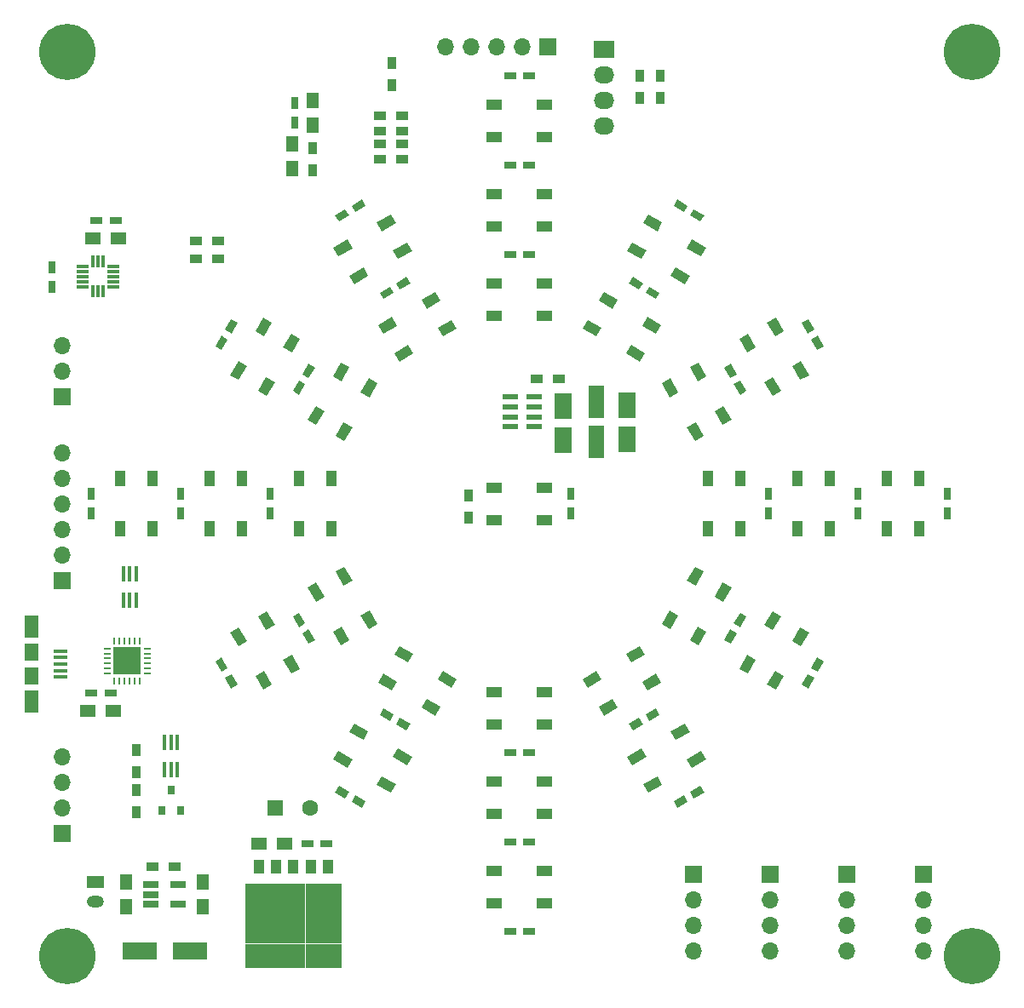
<source format=gts>
G04 #@! TF.FileFunction,Soldermask,Top*
%FSLAX46Y46*%
G04 Gerber Fmt 4.6, Leading zero omitted, Abs format (unit mm)*
G04 Created by KiCad (PCBNEW 4.0.7) date Wednesday, 04 April 2018 'PMt' 17:02:53*
%MOMM*%
%LPD*%
G01*
G04 APERTURE LIST*
%ADD10C,0.100000*%
%ADD11R,1.250000X1.500000*%
%ADD12R,1.200000X0.750000*%
%ADD13R,1.500000X1.250000*%
%ADD14R,0.750000X1.200000*%
%ADD15R,1.800000X2.600000*%
%ADD16R,1.500000X3.200000*%
%ADD17R,1.700000X1.700000*%
%ADD18O,1.700000X1.700000*%
%ADD19R,0.800000X0.900000*%
%ADD20R,0.400000X1.500000*%
%ADD21R,0.900000X1.200000*%
%ADD22R,1.200000X0.900000*%
%ADD23R,1.560000X0.650000*%
%ADD24R,1.000000X1.600000*%
%ADD25R,1.600000X1.000000*%
%ADD26R,1.600000X0.600000*%
%ADD27R,1.300000X0.300000*%
%ADD28R,0.300000X1.300000*%
%ADD29R,0.700000X0.250000*%
%ADD30R,0.250000X0.700000*%
%ADD31R,2.750000X2.750000*%
%ADD32R,1.600000X1.600000*%
%ADD33C,1.600000*%
%ADD34R,3.500000X1.800000*%
%ADD35R,1.700000X1.200000*%
%ADD36O,1.700000X1.200000*%
%ADD37R,2.032000X1.727200*%
%ADD38O,2.032000X1.727200*%
%ADD39R,1.070000X1.370000*%
%ADD40R,1.200000X1.200000*%
%ADD41R,1.400000X0.400000*%
%ADD42R,1.400000X1.800000*%
%ADD43R,1.400000X2.300000*%
%ADD44C,5.600000*%
G04 APERTURE END LIST*
D10*
D11*
X70104000Y-116292000D03*
X70104000Y-113792000D03*
X62484000Y-116312000D03*
X62484000Y-113812000D03*
X78994000Y-40406000D03*
X78994000Y-42906000D03*
D12*
X82418000Y-109982000D03*
X80518000Y-109982000D03*
D13*
X75712000Y-109982000D03*
X78212000Y-109982000D03*
D11*
X81026000Y-38588000D03*
X81026000Y-36088000D03*
D14*
X79248000Y-38288000D03*
X79248000Y-36388000D03*
D13*
X61194000Y-96774000D03*
X58694000Y-96774000D03*
D12*
X60960000Y-94996000D03*
X59060000Y-94996000D03*
D14*
X59055000Y-75250000D03*
X59055000Y-77150000D03*
D12*
X100650000Y-118745000D03*
X102550000Y-118745000D03*
D14*
X144145000Y-77150000D03*
X144145000Y-75250000D03*
D12*
X102549999Y-33655000D03*
X100649999Y-33655000D03*
D10*
G36*
X85927338Y-45954155D02*
X86302338Y-46603675D01*
X85263108Y-47203675D01*
X84888108Y-46554155D01*
X85927338Y-45954155D01*
X85927338Y-45954155D01*
G37*
G36*
X84281890Y-46904155D02*
X84656890Y-47553675D01*
X83617660Y-48153675D01*
X83242660Y-47504155D01*
X84281890Y-46904155D01*
X84281890Y-46904155D01*
G37*
G36*
X72904155Y-57842661D02*
X73553675Y-58217661D01*
X72953675Y-59256891D01*
X72304155Y-58881891D01*
X72904155Y-57842661D01*
X72904155Y-57842661D01*
G37*
G36*
X71954155Y-59488109D02*
X72603675Y-59863109D01*
X72003675Y-60902339D01*
X71354155Y-60527339D01*
X71954155Y-59488109D01*
X71954155Y-59488109D01*
G37*
D14*
X67945000Y-75250000D03*
X67945000Y-77150000D03*
D10*
G36*
X71354155Y-91872661D02*
X72003675Y-91497661D01*
X72603675Y-92536891D01*
X71954155Y-92911891D01*
X71354155Y-91872661D01*
X71354155Y-91872661D01*
G37*
G36*
X72304155Y-93518109D02*
X72953675Y-93143109D01*
X73553675Y-94182339D01*
X72904155Y-94557339D01*
X72304155Y-93518109D01*
X72304155Y-93518109D01*
G37*
G36*
X83242661Y-104895844D02*
X83617661Y-104246324D01*
X84656891Y-104846324D01*
X84281891Y-105495844D01*
X83242661Y-104895844D01*
X83242661Y-104895844D01*
G37*
G36*
X84888109Y-105845844D02*
X85263109Y-105196324D01*
X86302339Y-105796324D01*
X85927339Y-106445844D01*
X84888109Y-105845844D01*
X84888109Y-105845844D01*
G37*
D12*
X100650000Y-109855000D03*
X102550000Y-109855000D03*
D10*
G36*
X117272661Y-106445844D02*
X116897661Y-105796324D01*
X117936891Y-105196324D01*
X118311891Y-105845844D01*
X117272661Y-106445844D01*
X117272661Y-106445844D01*
G37*
G36*
X118918109Y-105495844D02*
X118543109Y-104846324D01*
X119582339Y-104246324D01*
X119957339Y-104895844D01*
X118918109Y-105495844D01*
X118918109Y-105495844D01*
G37*
G36*
X119957339Y-47504155D02*
X119582339Y-48153675D01*
X118543109Y-47553675D01*
X118918109Y-46904155D01*
X119957339Y-47504155D01*
X119957339Y-47504155D01*
G37*
G36*
X118311891Y-46554155D02*
X117936891Y-47203675D01*
X116897661Y-46603675D01*
X117272661Y-45954155D01*
X118311891Y-46554155D01*
X118311891Y-46554155D01*
G37*
D12*
X102550000Y-42545000D03*
X100650000Y-42545000D03*
D10*
G36*
X90372338Y-53653120D02*
X90747338Y-54302640D01*
X89708108Y-54902640D01*
X89333108Y-54253120D01*
X90372338Y-53653120D01*
X90372338Y-53653120D01*
G37*
G36*
X88726890Y-54603120D02*
X89101890Y-55252640D01*
X88062660Y-55852640D01*
X87687660Y-55203120D01*
X88726890Y-54603120D01*
X88726890Y-54603120D01*
G37*
G36*
X80603120Y-62287661D02*
X81252640Y-62662661D01*
X80652640Y-63701891D01*
X80003120Y-63326891D01*
X80603120Y-62287661D01*
X80603120Y-62287661D01*
G37*
G36*
X79653120Y-63933109D02*
X80302640Y-64308109D01*
X79702640Y-65347339D01*
X79053120Y-64972339D01*
X79653120Y-63933109D01*
X79653120Y-63933109D01*
G37*
D14*
X76835000Y-75250000D03*
X76835000Y-77150000D03*
D10*
G36*
X79053120Y-87427661D02*
X79702640Y-87052661D01*
X80302640Y-88091891D01*
X79653120Y-88466891D01*
X79053120Y-87427661D01*
X79053120Y-87427661D01*
G37*
G36*
X80003120Y-89073109D02*
X80652640Y-88698109D01*
X81252640Y-89737339D01*
X80603120Y-90112339D01*
X80003120Y-89073109D01*
X80003120Y-89073109D01*
G37*
G36*
X87687661Y-97196879D02*
X88062661Y-96547359D01*
X89101891Y-97147359D01*
X88726891Y-97796879D01*
X87687661Y-97196879D01*
X87687661Y-97196879D01*
G37*
G36*
X89333109Y-98146879D02*
X89708109Y-97497359D01*
X90747339Y-98097359D01*
X90372339Y-98746879D01*
X89333109Y-98146879D01*
X89333109Y-98146879D01*
G37*
D12*
X100650000Y-100965000D03*
X102550000Y-100965000D03*
D10*
G36*
X112827661Y-98746879D02*
X112452661Y-98097359D01*
X113491891Y-97497359D01*
X113866891Y-98146879D01*
X112827661Y-98746879D01*
X112827661Y-98746879D01*
G37*
G36*
X114473109Y-97796879D02*
X114098109Y-97147359D01*
X115137339Y-96547359D01*
X115512339Y-97196879D01*
X114473109Y-97796879D01*
X114473109Y-97796879D01*
G37*
G36*
X122596879Y-90112339D02*
X121947359Y-89737339D01*
X122547359Y-88698109D01*
X123196879Y-89073109D01*
X122596879Y-90112339D01*
X122596879Y-90112339D01*
G37*
G36*
X123546879Y-88466891D02*
X122897359Y-88091891D01*
X123497359Y-87052661D01*
X124146879Y-87427661D01*
X123546879Y-88466891D01*
X123546879Y-88466891D01*
G37*
G36*
X124146879Y-64972338D02*
X123497359Y-65347338D01*
X122897359Y-64308108D01*
X123546879Y-63933108D01*
X124146879Y-64972338D01*
X124146879Y-64972338D01*
G37*
G36*
X123196879Y-63326890D02*
X122547359Y-63701890D01*
X121947359Y-62662660D01*
X122596879Y-62287660D01*
X123196879Y-63326890D01*
X123196879Y-63326890D01*
G37*
G36*
X115512339Y-55203120D02*
X115137339Y-55852640D01*
X114098109Y-55252640D01*
X114473109Y-54603120D01*
X115512339Y-55203120D01*
X115512339Y-55203120D01*
G37*
G36*
X113866891Y-54253120D02*
X113491891Y-54902640D01*
X112452661Y-54302640D01*
X112827661Y-53653120D01*
X113866891Y-54253120D01*
X113866891Y-54253120D01*
G37*
D12*
X102550000Y-51435000D03*
X100650000Y-51435000D03*
D14*
X106680000Y-75250000D03*
X106680000Y-77150000D03*
D15*
X105918000Y-66450000D03*
X105918000Y-69850000D03*
D16*
X109220000Y-66072000D03*
X109220000Y-70072000D03*
D15*
X112268000Y-66372000D03*
X112268000Y-69772000D03*
D13*
X59202000Y-49784000D03*
X61702000Y-49784000D03*
D12*
X59568000Y-48006000D03*
X61468000Y-48006000D03*
D14*
X55118000Y-52710000D03*
X55118000Y-54610000D03*
D17*
X56134000Y-65532000D03*
D18*
X56134000Y-62992000D03*
X56134000Y-60452000D03*
D17*
X56134000Y-108966000D03*
D18*
X56134000Y-106426000D03*
X56134000Y-103886000D03*
X56134000Y-101346000D03*
D17*
X141732000Y-113030000D03*
D18*
X141732000Y-115570000D03*
X141732000Y-118110000D03*
X141732000Y-120650000D03*
D17*
X134112000Y-113030000D03*
D18*
X134112000Y-115570000D03*
X134112000Y-118110000D03*
X134112000Y-120650000D03*
D17*
X118872000Y-113030000D03*
D18*
X118872000Y-115570000D03*
X118872000Y-118110000D03*
X118872000Y-120650000D03*
D17*
X126492000Y-113030000D03*
D18*
X126492000Y-115570000D03*
X126492000Y-118110000D03*
X126492000Y-120650000D03*
D17*
X104394000Y-30734000D03*
D18*
X101854000Y-30734000D03*
X99314000Y-30734000D03*
X96774000Y-30734000D03*
X94234000Y-30734000D03*
D17*
X56134000Y-83820000D03*
D18*
X56134000Y-81280000D03*
X56134000Y-78740000D03*
X56134000Y-76200000D03*
X56134000Y-73660000D03*
X56134000Y-71120000D03*
D19*
X66040000Y-106680000D03*
X67940000Y-106680000D03*
X66990000Y-104680000D03*
D20*
X66294000Y-102616000D03*
X66944000Y-102616000D03*
X67594000Y-102616000D03*
X67594000Y-99956000D03*
X66944000Y-99956000D03*
X66294000Y-99956000D03*
X63500000Y-83140000D03*
X62850000Y-83140000D03*
X62200000Y-83140000D03*
X62200000Y-85800000D03*
X62850000Y-85800000D03*
X63500000Y-85800000D03*
D21*
X81026000Y-40810000D03*
X81026000Y-43010000D03*
D22*
X67310000Y-112268000D03*
X65110000Y-112268000D03*
D21*
X63500000Y-100670000D03*
X63500000Y-102870000D03*
X63500000Y-106848000D03*
X63500000Y-104648000D03*
D22*
X89916000Y-41910000D03*
X87716000Y-41910000D03*
X89916000Y-37592000D03*
X87716000Y-37592000D03*
X87716000Y-40386000D03*
X89916000Y-40386000D03*
X87716000Y-39116000D03*
X89916000Y-39116000D03*
D21*
X88900000Y-34544000D03*
X88900000Y-32344000D03*
X115570000Y-35814000D03*
X115570000Y-33614000D03*
X113538000Y-35814000D03*
X113538000Y-33614000D03*
D22*
X105494000Y-63754000D03*
X103294000Y-63754000D03*
X71628000Y-51816000D03*
X69428000Y-51816000D03*
X71628000Y-50038000D03*
X69428000Y-50038000D03*
D23*
X64944000Y-114112000D03*
X64944000Y-115062000D03*
X64944000Y-116012000D03*
X67644000Y-116012000D03*
X67644000Y-114112000D03*
D24*
X61900000Y-78700000D03*
X65100000Y-78700000D03*
X61900000Y-73700000D03*
X65100000Y-73700000D03*
D25*
X104100000Y-115900000D03*
X104100000Y-112700000D03*
X99100000Y-115900000D03*
X99100000Y-112700000D03*
D24*
X141300000Y-73700000D03*
X138100000Y-73700000D03*
X141300000Y-78700000D03*
X138100000Y-78700000D03*
D25*
X99099999Y-36500000D03*
X99099999Y-39700000D03*
X104099999Y-36500000D03*
X104099999Y-39700000D03*
D10*
G36*
X84472755Y-49934743D02*
X84972755Y-50800769D01*
X83587115Y-51600769D01*
X83087115Y-50734743D01*
X84472755Y-49934743D01*
X84472755Y-49934743D01*
G37*
G36*
X86072755Y-52706025D02*
X86572755Y-53572051D01*
X85187115Y-54372051D01*
X84687115Y-53506025D01*
X86072755Y-52706025D01*
X86072755Y-52706025D01*
G37*
G36*
X88802883Y-47434743D02*
X89302883Y-48300769D01*
X87917243Y-49100769D01*
X87417243Y-48234743D01*
X88802883Y-47434743D01*
X88802883Y-47434743D01*
G37*
G36*
X90402883Y-50206025D02*
X90902883Y-51072051D01*
X89517243Y-51872051D01*
X89017243Y-51006025D01*
X90402883Y-50206025D01*
X90402883Y-50206025D01*
G37*
G36*
X73634743Y-62017244D02*
X74500769Y-62517244D01*
X73700769Y-63902884D01*
X72834743Y-63402884D01*
X73634743Y-62017244D01*
X73634743Y-62017244D01*
G37*
G36*
X76406025Y-63617244D02*
X77272051Y-64117244D01*
X76472051Y-65502884D01*
X75606025Y-65002884D01*
X76406025Y-63617244D01*
X76406025Y-63617244D01*
G37*
G36*
X76134743Y-57687116D02*
X77000769Y-58187116D01*
X76200769Y-59572756D01*
X75334743Y-59072756D01*
X76134743Y-57687116D01*
X76134743Y-57687116D01*
G37*
G36*
X78906025Y-59287116D02*
X79772051Y-59787116D01*
X78972051Y-61172756D01*
X78106025Y-60672756D01*
X78906025Y-59287116D01*
X78906025Y-59287116D01*
G37*
D24*
X70790000Y-78700000D03*
X73990000Y-78700000D03*
X70790000Y-73700000D03*
X73990000Y-73700000D03*
D10*
G36*
X75334743Y-93327244D02*
X76200769Y-92827244D01*
X77000769Y-94212884D01*
X76134743Y-94712884D01*
X75334743Y-93327244D01*
X75334743Y-93327244D01*
G37*
G36*
X78106025Y-91727244D02*
X78972051Y-91227244D01*
X79772051Y-92612884D01*
X78906025Y-93112884D01*
X78106025Y-91727244D01*
X78106025Y-91727244D01*
G37*
G36*
X72834743Y-88997116D02*
X73700769Y-88497116D01*
X74500769Y-89882756D01*
X73634743Y-90382756D01*
X72834743Y-88997116D01*
X72834743Y-88997116D01*
G37*
G36*
X75606025Y-87397116D02*
X76472051Y-86897116D01*
X77272051Y-88282756D01*
X76406025Y-88782756D01*
X75606025Y-87397116D01*
X75606025Y-87397116D01*
G37*
G36*
X87417244Y-104165256D02*
X87917244Y-103299230D01*
X89302884Y-104099230D01*
X88802884Y-104965256D01*
X87417244Y-104165256D01*
X87417244Y-104165256D01*
G37*
G36*
X89017244Y-101393974D02*
X89517244Y-100527948D01*
X90902884Y-101327948D01*
X90402884Y-102193974D01*
X89017244Y-101393974D01*
X89017244Y-101393974D01*
G37*
G36*
X83087116Y-101665256D02*
X83587116Y-100799230D01*
X84972756Y-101599230D01*
X84472756Y-102465256D01*
X83087116Y-101665256D01*
X83087116Y-101665256D01*
G37*
G36*
X84687116Y-98893974D02*
X85187116Y-98027948D01*
X86572756Y-98827948D01*
X86072756Y-99693974D01*
X84687116Y-98893974D01*
X84687116Y-98893974D01*
G37*
D25*
X104100000Y-107010000D03*
X104100000Y-103810000D03*
X99100000Y-107010000D03*
X99100000Y-103810000D03*
D10*
G36*
X118727244Y-102465256D02*
X118227244Y-101599230D01*
X119612884Y-100799230D01*
X120112884Y-101665256D01*
X118727244Y-102465256D01*
X118727244Y-102465256D01*
G37*
G36*
X117127244Y-99693974D02*
X116627244Y-98827948D01*
X118012884Y-98027948D01*
X118512884Y-98893974D01*
X117127244Y-99693974D01*
X117127244Y-99693974D01*
G37*
G36*
X114397116Y-104965256D02*
X113897116Y-104099230D01*
X115282756Y-103299230D01*
X115782756Y-104165256D01*
X114397116Y-104965256D01*
X114397116Y-104965256D01*
G37*
G36*
X112797116Y-102193974D02*
X112297116Y-101327948D01*
X113682756Y-100527948D01*
X114182756Y-101393974D01*
X112797116Y-102193974D01*
X112797116Y-102193974D01*
G37*
G36*
X115782756Y-48234743D02*
X115282756Y-49100769D01*
X113897116Y-48300769D01*
X114397116Y-47434743D01*
X115782756Y-48234743D01*
X115782756Y-48234743D01*
G37*
G36*
X114182756Y-51006025D02*
X113682756Y-51872051D01*
X112297116Y-51072051D01*
X112797116Y-50206025D01*
X114182756Y-51006025D01*
X114182756Y-51006025D01*
G37*
G36*
X120112884Y-50734743D02*
X119612884Y-51600769D01*
X118227244Y-50800769D01*
X118727244Y-49934743D01*
X120112884Y-50734743D01*
X120112884Y-50734743D01*
G37*
G36*
X118512884Y-53506025D02*
X118012884Y-54372051D01*
X116627244Y-53572051D01*
X117127244Y-52706025D01*
X118512884Y-53506025D01*
X118512884Y-53506025D01*
G37*
D25*
X99100000Y-45390000D03*
X99100000Y-48590000D03*
X104100000Y-45390000D03*
X104100000Y-48590000D03*
D10*
G36*
X88917755Y-57633709D02*
X89417755Y-58499735D01*
X88032115Y-59299735D01*
X87532115Y-58433709D01*
X88917755Y-57633709D01*
X88917755Y-57633709D01*
G37*
G36*
X90517755Y-60404991D02*
X91017755Y-61271017D01*
X89632115Y-62071017D01*
X89132115Y-61204991D01*
X90517755Y-60404991D01*
X90517755Y-60404991D01*
G37*
G36*
X93247883Y-55133709D02*
X93747883Y-55999735D01*
X92362243Y-56799735D01*
X91862243Y-55933709D01*
X93247883Y-55133709D01*
X93247883Y-55133709D01*
G37*
G36*
X94847883Y-57904991D02*
X95347883Y-58771017D01*
X93962243Y-59571017D01*
X93462243Y-58704991D01*
X94847883Y-57904991D01*
X94847883Y-57904991D01*
G37*
G36*
X81333709Y-66462244D02*
X82199735Y-66962244D01*
X81399735Y-68347884D01*
X80533709Y-67847884D01*
X81333709Y-66462244D01*
X81333709Y-66462244D01*
G37*
G36*
X84104991Y-68062244D02*
X84971017Y-68562244D01*
X84171017Y-69947884D01*
X83304991Y-69447884D01*
X84104991Y-68062244D01*
X84104991Y-68062244D01*
G37*
G36*
X83833709Y-62132116D02*
X84699735Y-62632116D01*
X83899735Y-64017756D01*
X83033709Y-63517756D01*
X83833709Y-62132116D01*
X83833709Y-62132116D01*
G37*
G36*
X86604991Y-63732116D02*
X87471017Y-64232116D01*
X86671017Y-65617756D01*
X85804991Y-65117756D01*
X86604991Y-63732116D01*
X86604991Y-63732116D01*
G37*
D24*
X79680000Y-78700000D03*
X82880000Y-78700000D03*
X79680000Y-73700000D03*
X82880000Y-73700000D03*
D10*
G36*
X83033709Y-88882244D02*
X83899735Y-88382244D01*
X84699735Y-89767884D01*
X83833709Y-90267884D01*
X83033709Y-88882244D01*
X83033709Y-88882244D01*
G37*
G36*
X85804991Y-87282244D02*
X86671017Y-86782244D01*
X87471017Y-88167884D01*
X86604991Y-88667884D01*
X85804991Y-87282244D01*
X85804991Y-87282244D01*
G37*
G36*
X80533709Y-84552116D02*
X81399735Y-84052116D01*
X82199735Y-85437756D01*
X81333709Y-85937756D01*
X80533709Y-84552116D01*
X80533709Y-84552116D01*
G37*
G36*
X83304991Y-82952116D02*
X84171017Y-82452116D01*
X84971017Y-83837756D01*
X84104991Y-84337756D01*
X83304991Y-82952116D01*
X83304991Y-82952116D01*
G37*
G36*
X91862244Y-96466290D02*
X92362244Y-95600264D01*
X93747884Y-96400264D01*
X93247884Y-97266290D01*
X91862244Y-96466290D01*
X91862244Y-96466290D01*
G37*
G36*
X93462244Y-93695008D02*
X93962244Y-92828982D01*
X95347884Y-93628982D01*
X94847884Y-94495008D01*
X93462244Y-93695008D01*
X93462244Y-93695008D01*
G37*
G36*
X87532116Y-93966290D02*
X88032116Y-93100264D01*
X89417756Y-93900264D01*
X88917756Y-94766290D01*
X87532116Y-93966290D01*
X87532116Y-93966290D01*
G37*
G36*
X89132116Y-91195008D02*
X89632116Y-90328982D01*
X91017756Y-91128982D01*
X90517756Y-91995008D01*
X89132116Y-91195008D01*
X89132116Y-91195008D01*
G37*
D25*
X104100000Y-98120000D03*
X104100000Y-94920000D03*
X99100000Y-98120000D03*
X99100000Y-94920000D03*
D10*
G36*
X114282244Y-94766290D02*
X113782244Y-93900264D01*
X115167884Y-93100264D01*
X115667884Y-93966290D01*
X114282244Y-94766290D01*
X114282244Y-94766290D01*
G37*
G36*
X112682244Y-91995008D02*
X112182244Y-91128982D01*
X113567884Y-90328982D01*
X114067884Y-91195008D01*
X112682244Y-91995008D01*
X112682244Y-91995008D01*
G37*
G36*
X109952116Y-97266290D02*
X109452116Y-96400264D01*
X110837756Y-95600264D01*
X111337756Y-96466290D01*
X109952116Y-97266290D01*
X109952116Y-97266290D01*
G37*
G36*
X108352116Y-94495008D02*
X107852116Y-93628982D01*
X109237756Y-92828982D01*
X109737756Y-93695008D01*
X108352116Y-94495008D01*
X108352116Y-94495008D01*
G37*
G36*
X121866290Y-85937756D02*
X121000264Y-85437756D01*
X121800264Y-84052116D01*
X122666290Y-84552116D01*
X121866290Y-85937756D01*
X121866290Y-85937756D01*
G37*
G36*
X119095008Y-84337756D02*
X118228982Y-83837756D01*
X119028982Y-82452116D01*
X119895008Y-82952116D01*
X119095008Y-84337756D01*
X119095008Y-84337756D01*
G37*
G36*
X119366290Y-90267884D02*
X118500264Y-89767884D01*
X119300264Y-88382244D01*
X120166290Y-88882244D01*
X119366290Y-90267884D01*
X119366290Y-90267884D01*
G37*
G36*
X116595008Y-88667884D02*
X115728982Y-88167884D01*
X116528982Y-86782244D01*
X117395008Y-87282244D01*
X116595008Y-88667884D01*
X116595008Y-88667884D01*
G37*
D24*
X123520000Y-73700000D03*
X120320000Y-73700000D03*
X123520000Y-78700000D03*
X120320000Y-78700000D03*
D10*
G36*
X120166290Y-63517755D02*
X119300264Y-64017755D01*
X118500264Y-62632115D01*
X119366290Y-62132115D01*
X120166290Y-63517755D01*
X120166290Y-63517755D01*
G37*
G36*
X117395008Y-65117755D02*
X116528982Y-65617755D01*
X115728982Y-64232115D01*
X116595008Y-63732115D01*
X117395008Y-65117755D01*
X117395008Y-65117755D01*
G37*
G36*
X122666290Y-67847883D02*
X121800264Y-68347883D01*
X121000264Y-66962243D01*
X121866290Y-66462243D01*
X122666290Y-67847883D01*
X122666290Y-67847883D01*
G37*
G36*
X119895008Y-69447883D02*
X119028982Y-69947883D01*
X118228982Y-68562243D01*
X119095008Y-68062243D01*
X119895008Y-69447883D01*
X119895008Y-69447883D01*
G37*
G36*
X111337756Y-55933709D02*
X110837756Y-56799735D01*
X109452116Y-55999735D01*
X109952116Y-55133709D01*
X111337756Y-55933709D01*
X111337756Y-55933709D01*
G37*
G36*
X109737756Y-58704991D02*
X109237756Y-59571017D01*
X107852116Y-58771017D01*
X108352116Y-57904991D01*
X109737756Y-58704991D01*
X109737756Y-58704991D01*
G37*
G36*
X115667884Y-58433709D02*
X115167884Y-59299735D01*
X113782244Y-58499735D01*
X114282244Y-57633709D01*
X115667884Y-58433709D01*
X115667884Y-58433709D01*
G37*
G36*
X114067884Y-61204991D02*
X113567884Y-62071017D01*
X112182244Y-61271017D01*
X112682244Y-60404991D01*
X114067884Y-61204991D01*
X114067884Y-61204991D01*
G37*
D25*
X99100000Y-54280000D03*
X99100000Y-57480000D03*
X104100000Y-54280000D03*
X104100000Y-57480000D03*
X104100000Y-77800000D03*
X104100000Y-74600000D03*
X99100000Y-77800000D03*
X99100000Y-74600000D03*
D26*
X100654000Y-65556000D03*
X100654000Y-66556000D03*
X100654000Y-67556000D03*
X100654000Y-68556000D03*
X103054000Y-68556000D03*
X103054000Y-67556000D03*
X103054000Y-66556000D03*
X103054000Y-65556000D03*
D27*
X58190000Y-52594000D03*
X58190000Y-53094000D03*
X58190000Y-53594000D03*
X58190000Y-54094000D03*
X58190000Y-54594000D03*
D28*
X59190000Y-55094000D03*
X59690000Y-55094000D03*
X60190000Y-55094000D03*
D27*
X61190000Y-54594000D03*
X61190000Y-54094000D03*
X61190000Y-53594000D03*
X61190000Y-53094000D03*
X61190000Y-52594000D03*
D28*
X60190000Y-52094000D03*
X59690000Y-52094000D03*
X59190000Y-52094000D03*
D29*
X60596000Y-90586000D03*
X60596000Y-91086000D03*
X60596000Y-91586000D03*
X60596000Y-92086000D03*
X60596000Y-92586000D03*
X60596000Y-93086000D03*
D30*
X61346000Y-93836000D03*
X61846000Y-93836000D03*
X62346000Y-93836000D03*
X62846000Y-93836000D03*
X63346000Y-93836000D03*
X63846000Y-93836000D03*
D29*
X64596000Y-93086000D03*
X64596000Y-92586000D03*
X64596000Y-92086000D03*
X64596000Y-91586000D03*
X64596000Y-91086000D03*
X64596000Y-90586000D03*
D30*
X63846000Y-89836000D03*
X63346000Y-89836000D03*
X62846000Y-89836000D03*
X62346000Y-89836000D03*
X61846000Y-89836000D03*
X61346000Y-89836000D03*
D31*
X62596000Y-91836000D03*
D32*
X77272000Y-106426000D03*
D33*
X80772000Y-106426000D03*
D34*
X68834000Y-120650000D03*
X63834000Y-120650000D03*
D21*
X96520000Y-77554000D03*
X96520000Y-75354000D03*
D10*
G36*
X130295844Y-94557339D02*
X129646324Y-94182339D01*
X130246324Y-93143109D01*
X130895844Y-93518109D01*
X130295844Y-94557339D01*
X130295844Y-94557339D01*
G37*
G36*
X131245844Y-92911891D02*
X130596324Y-92536891D01*
X131196324Y-91497661D01*
X131845844Y-91872661D01*
X131245844Y-92911891D01*
X131245844Y-92911891D01*
G37*
D14*
X135255000Y-77150000D03*
X135255000Y-75250000D03*
D10*
G36*
X131845844Y-60527338D02*
X131196324Y-60902338D01*
X130596324Y-59863108D01*
X131245844Y-59488108D01*
X131845844Y-60527338D01*
X131845844Y-60527338D01*
G37*
G36*
X130895844Y-58881890D02*
X130246324Y-59256890D01*
X129646324Y-58217660D01*
X130295844Y-57842660D01*
X130895844Y-58881890D01*
X130895844Y-58881890D01*
G37*
D14*
X126365000Y-77150000D03*
X126365000Y-75250000D03*
D10*
G36*
X129565256Y-90382756D02*
X128699230Y-89882756D01*
X129499230Y-88497116D01*
X130365256Y-88997116D01*
X129565256Y-90382756D01*
X129565256Y-90382756D01*
G37*
G36*
X126793974Y-88782756D02*
X125927948Y-88282756D01*
X126727948Y-86897116D01*
X127593974Y-87397116D01*
X126793974Y-88782756D01*
X126793974Y-88782756D01*
G37*
G36*
X127065256Y-94712884D02*
X126199230Y-94212884D01*
X126999230Y-92827244D01*
X127865256Y-93327244D01*
X127065256Y-94712884D01*
X127065256Y-94712884D01*
G37*
G36*
X124293974Y-93112884D02*
X123427948Y-92612884D01*
X124227948Y-91227244D01*
X125093974Y-91727244D01*
X124293974Y-93112884D01*
X124293974Y-93112884D01*
G37*
D24*
X132410000Y-73700000D03*
X129210000Y-73700000D03*
X132410000Y-78700000D03*
X129210000Y-78700000D03*
D10*
G36*
X127865256Y-59072755D02*
X126999230Y-59572755D01*
X126199230Y-58187115D01*
X127065256Y-57687115D01*
X127865256Y-59072755D01*
X127865256Y-59072755D01*
G37*
G36*
X125093974Y-60672755D02*
X124227948Y-61172755D01*
X123427948Y-59787115D01*
X124293974Y-59287115D01*
X125093974Y-60672755D01*
X125093974Y-60672755D01*
G37*
G36*
X130365256Y-63402883D02*
X129499230Y-63902883D01*
X128699230Y-62517243D01*
X129565256Y-62017243D01*
X130365256Y-63402883D01*
X130365256Y-63402883D01*
G37*
G36*
X127593974Y-65002883D02*
X126727948Y-65502883D01*
X125927948Y-64117243D01*
X126793974Y-63617243D01*
X127593974Y-65002883D01*
X127593974Y-65002883D01*
G37*
D35*
X59436000Y-113792000D03*
D36*
X59436000Y-115792000D03*
D37*
X109982000Y-30988000D03*
D38*
X109982000Y-33528000D03*
X109982000Y-36068000D03*
X109982000Y-38608000D03*
D39*
X79112000Y-112329000D03*
X80832000Y-112329000D03*
X82552000Y-112329000D03*
X77392000Y-112329000D03*
X75672000Y-112329000D03*
D40*
X74912000Y-114554000D03*
X76112000Y-114554000D03*
X77312000Y-114554000D03*
X78512000Y-114554000D03*
X79712000Y-114554000D03*
X80912000Y-114554000D03*
X82112000Y-114554000D03*
X83312000Y-114554000D03*
X83312000Y-115754000D03*
X82112000Y-115754000D03*
X80912000Y-115754000D03*
X79712000Y-115754000D03*
X78512000Y-115754000D03*
X77312000Y-115754000D03*
X76112000Y-115754000D03*
X74912000Y-115754000D03*
X74912000Y-116954000D03*
X76112000Y-116954000D03*
X77312000Y-116954000D03*
X78512000Y-116954000D03*
X79712000Y-116954000D03*
X80912000Y-116954000D03*
X82112000Y-116954000D03*
X83312000Y-116954000D03*
X83312000Y-118154000D03*
X82112000Y-118154000D03*
X80912000Y-118154000D03*
X79712000Y-118154000D03*
X78512000Y-118154000D03*
X77312000Y-118154000D03*
X76112000Y-118154000D03*
X74912000Y-118154000D03*
X74912000Y-119354000D03*
X76112000Y-119354000D03*
X77312000Y-119354000D03*
X78512000Y-119354000D03*
X79712000Y-119354000D03*
X80912000Y-119354000D03*
X82112000Y-119354000D03*
X83312000Y-119354000D03*
X83312000Y-120554000D03*
X82112000Y-120554000D03*
X80912000Y-120554000D03*
X79712000Y-120554000D03*
X78512000Y-120554000D03*
X77312000Y-120554000D03*
X76112000Y-120554000D03*
X74912000Y-120554000D03*
X74912000Y-121754000D03*
X76112000Y-121754000D03*
X77312000Y-121754000D03*
X78512000Y-121754000D03*
X79712000Y-121754000D03*
X80912000Y-121754000D03*
X82112000Y-121754000D03*
X83312000Y-121754000D03*
D41*
X55936000Y-92146000D03*
X55936000Y-91496000D03*
X55936000Y-90846000D03*
X55936000Y-92796000D03*
X55936000Y-93446000D03*
D42*
X53086000Y-93296000D03*
X53086000Y-90996000D03*
D43*
X53086000Y-95896000D03*
X53086000Y-88396000D03*
D44*
X146558000Y-31242000D03*
X146558000Y-121158000D03*
X56642000Y-121158000D03*
X56642000Y-31242000D03*
M02*

</source>
